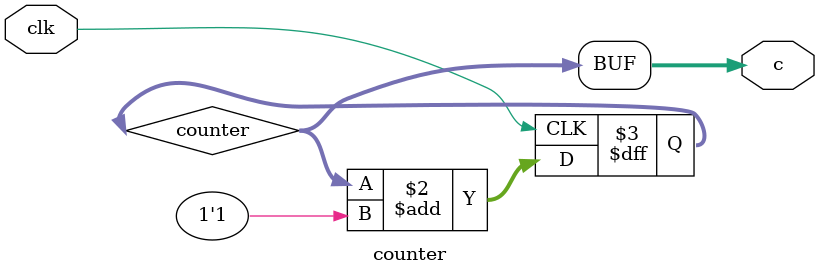
<source format=v>
module counter # (
  parameter W = 2
  ) (
  input wire clk,
  output [W-1:0] c
);

  reg [W-1:0] counter;
  always @(posedge clk) begin
    counter <= counter + 1'b1;
  end

  assign c = counter;

endmodule

</source>
